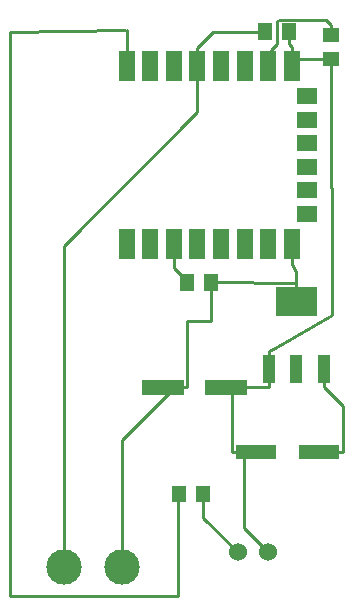
<source format=gtl>
G04 Layer: TopLayer*
G04 EasyEDA v6.4.25, 2023-10-22T17:26:54+05:00*
G04 a018637cff68459b90fd6ed0888e4960,10*
G04 Gerber Generator version 0.2*
G04 Scale: 100 percent, Rotated: No, Reflected: No *
G04 Dimensions in millimeters *
G04 leading zeros omitted , absolute positions ,4 integer and 5 decimal *
%FSLAX45Y45*%
%MOMM*%

%ADD10C,0.2540*%
%ADD11R,1.4500X1.1600*%
%ADD12R,1.1600X1.4500*%
%ADD13R,1.4000X2.5000*%
%ADD14R,1.7000X1.4000*%
%ADD15R,1.0500X2.4650*%
%ADD17R,3.5000X1.2000*%
%ADD18C,1.5240*%
%ADD19C,3.0000*%

%LPD*%
D10*
X3530600Y13220700D02*
G01*
X3543300Y11049000D01*
X3060700Y10769600D01*
X3008505Y10749511D01*
X3200400Y11510010D02*
G01*
X3200400Y11480800D01*
X3238500Y11417300D01*
X3238502Y11321011D02*
G01*
X3238500Y11417300D01*
X3238502Y11321011D02*
G01*
X2514600Y11328400D01*
X2514600Y10998200D01*
X2311021Y10999040D02*
G01*
X2514600Y10998200D01*
X2514600Y10998200D01*
X2311021Y10999040D02*
G01*
X2326058Y10999040D01*
X2311400Y10998200D01*
X3530602Y13510033D02*
G01*
X3490699Y13549937D01*
X3096313Y13549937D01*
X3073400Y13538200D01*
X3073400Y13347700D01*
X3022600Y13296900D01*
X3000336Y13162914D01*
X3000326Y13162917D02*
G01*
X3000336Y13162914D01*
X1790700Y13462000D02*
G01*
X812800Y13449300D01*
X812800Y8674100D01*
X2235200Y8674100D01*
X2235200Y9144000D01*
X2235200Y9537700D01*
X2247900Y9537700D01*
X2247900Y9550400D01*
X2235200Y9550400D01*
X1800329Y13162968D02*
G01*
X1800860Y13462000D01*
X2451100Y9537700D02*
G01*
X2451100Y9334500D01*
X2743200Y9042400D01*
X3632431Y9893302D02*
G01*
X3632431Y10282862D01*
X3468499Y10446793D01*
X3429307Y9893302D02*
G01*
X3632431Y9893302D01*
X3468499Y10598152D02*
G01*
X3468499Y10446793D01*
X2200328Y11652760D02*
G01*
X2200328Y11449408D01*
X2260602Y11389133D01*
X2260600Y11353800D02*
G01*
X2260600Y11389133D01*
X3530602Y13423902D02*
G01*
X3530602Y13510033D01*
X2400327Y13316028D02*
G01*
X2533601Y13449302D01*
X2971802Y13449302D01*
X2400327Y13229287D02*
G01*
X2400327Y13316028D01*
X2400327Y13229287D02*
G01*
X2400327Y13162892D01*
X1270000Y8915400D02*
G01*
X1270000Y11637368D01*
X2400325Y12767690D01*
X2400325Y13162892D01*
X3200326Y11652836D02*
G01*
X3200326Y11509885D01*
X3238502Y11169652D02*
G01*
X3238502Y11321011D01*
X2311021Y10439377D02*
G01*
X2311021Y10999040D01*
X2107897Y10439377D02*
G01*
X2207668Y10439377D01*
X2207668Y10439377D02*
G01*
X2311021Y10439377D01*
X2207666Y10439374D02*
G01*
X1765300Y9997008D01*
X1765300Y8915400D01*
X2641881Y10439377D02*
G01*
X2743456Y10439377D01*
X2743456Y10439377D02*
G01*
X3001088Y10439377D01*
X3008505Y10446793D01*
X3008505Y10598152D02*
G01*
X3008505Y10446793D01*
X2743456Y10439377D02*
G01*
X2692199Y10388119D01*
X2692199Y9893302D01*
X2895323Y9893302D02*
G01*
X2793773Y9893302D01*
X2793773Y9893302D02*
G01*
X2692199Y9893302D01*
X2793773Y9893302D02*
G01*
X2793773Y9245831D01*
X2997202Y9042402D01*
X3175002Y13449302D02*
G01*
X3175002Y13348693D01*
X3200326Y13162765D02*
G01*
X3200326Y13220702D01*
X3200326Y13220702D02*
G01*
X3200326Y13323369D01*
X3175002Y13348693D01*
X3008505Y10598152D02*
G01*
X3008505Y10749511D01*
X3200326Y13220702D02*
G01*
X3459609Y13220702D01*
X3459609Y13220702D02*
G01*
X3530602Y13220702D01*
D11*
G01*
X3530600Y13423900D03*
G01*
X3530600Y13220700D03*
D12*
G01*
X2451100Y9537700D03*
G01*
X2247900Y9537700D03*
G36*
X2913799Y13521799D02*
G01*
X3029800Y13521799D01*
X3029800Y13376800D01*
X2913799Y13376800D01*
G37*
G36*
X3116999Y13521799D02*
G01*
X3233000Y13521799D01*
X3233000Y13376800D01*
X3116999Y13376800D01*
G37*
G36*
X2253399Y11400899D02*
G01*
X2369400Y11400899D01*
X2369400Y11255900D01*
X2253399Y11255900D01*
G37*
G36*
X2456599Y11400899D02*
G01*
X2572600Y11400899D01*
X2572600Y11255900D01*
X2456599Y11255900D01*
G37*
D13*
G01*
X1800339Y13162965D03*
G01*
X2000338Y13162940D03*
G01*
X2200338Y13162965D03*
G01*
X2400338Y13162889D03*
G01*
X2600337Y13162965D03*
G01*
X2800337Y13163042D03*
G01*
X3000336Y13162914D03*
G01*
X3200336Y13162762D03*
D14*
G01*
X3330435Y12907568D03*
G01*
X3330359Y12707569D03*
G01*
X3330359Y12507645D03*
G01*
X3330359Y12307570D03*
G01*
X3330308Y12107697D03*
G01*
X3330460Y11907901D03*
D13*
G01*
X3200336Y11652834D03*
G01*
X3000336Y11652758D03*
G01*
X2800337Y11652758D03*
G01*
X2600337Y11652758D03*
G01*
X2400338Y11652758D03*
G01*
X2200338Y11652758D03*
G01*
X2000338Y11652758D03*
G01*
X1800339Y11652758D03*
D15*
G01*
X3008502Y10598150D03*
G01*
X3238500Y10598150D03*
G01*
X3468497Y10598150D03*
G36*
X3415499Y11046399D02*
G01*
X3061500Y11046399D01*
X3061500Y11292900D01*
X3415499Y11292900D01*
G37*
D17*
G01*
X2895312Y9893312D03*
G01*
X3429297Y9893312D03*
G36*
X2466896Y10499399D02*
G01*
X2816898Y10499399D01*
X2816898Y10379400D01*
X2466896Y10379400D01*
G37*
G36*
X1932901Y10499399D02*
G01*
X2282903Y10499399D01*
X2282903Y10379400D01*
X1932901Y10379400D01*
G37*
D18*
G01*
X2743202Y9042397D03*
G01*
X2997202Y9042397D03*
D19*
G01*
X1765300Y8915400D03*
G01*
X1270000Y8915400D03*
M02*

</source>
